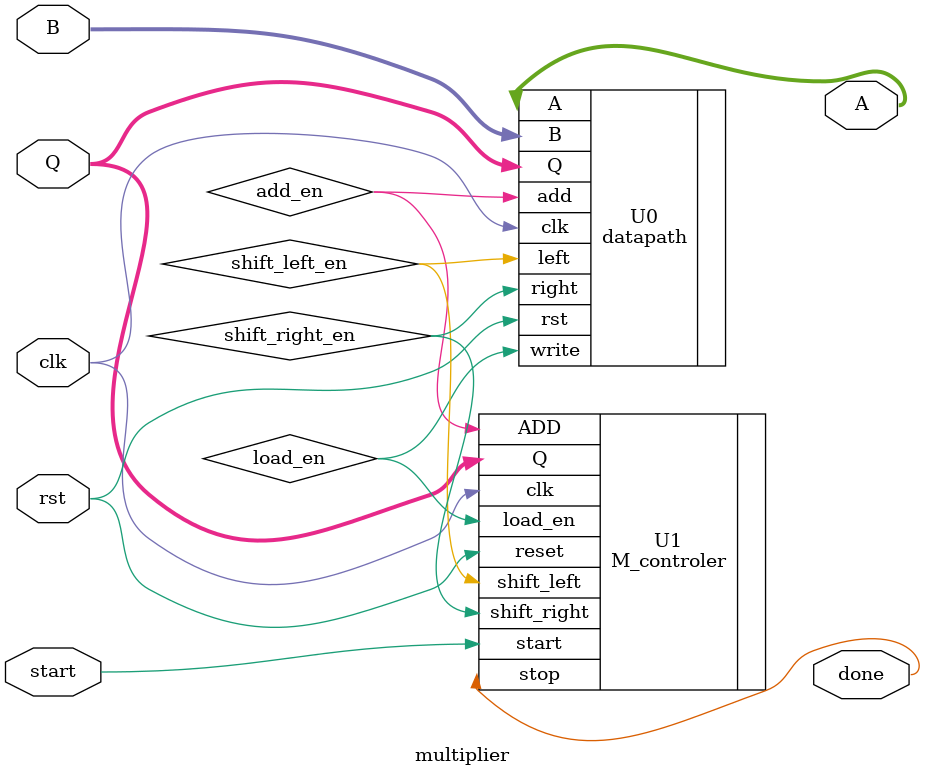
<source format=v>
`timescale 1ns / 1ps

module multiplier#(
    parameter N = 4
    )(
    input wire clk, rst, start,
    input wire [N-1:0] B,
    input wire [N-1:0] Q,
    output [7:0] A,
    output done
    );
    wire shift_left_en, shift_right_en, add_en,load_en;
    
    datapath #(
                .N(N)
                )U0(  
                .clk(clk), .rst(rst), .B(B), .Q(Q), .A(A), 
                .left(shift_left_en), .right(shift_right_en),
                .add(add_en), .write(load_en)
                );
   M_controler U1(.clk(clk),.reset(rst), .start(start),
                  .Q(Q),.load_en(load_en),.ADD(add_en),.shift_left(shift_left_en),.shift_right(shift_right_en),.stop(done) );
    
endmodule


</source>
